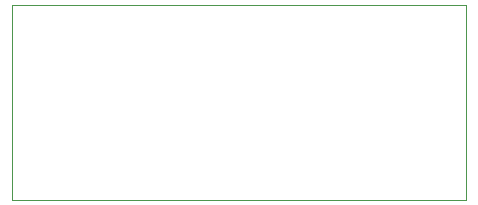
<source format=gbr>
%TF.GenerationSoftware,KiCad,Pcbnew,9.0.2*%
%TF.CreationDate,2025-11-23T22:27:33+01:00*%
%TF.ProjectId,p,702e6b69-6361-4645-9f70-636258585858,rev?*%
%TF.SameCoordinates,PX1c22260PY29f6300*%
%TF.FileFunction,Profile,NP*%
%FSLAX46Y46*%
G04 Gerber Fmt 4.6, Leading zero omitted, Abs format (unit mm)*
G04 Created by KiCad (PCBNEW 9.0.2) date 2025-11-23 22:27:33*
%MOMM*%
%LPD*%
G01*
G04 APERTURE LIST*
%TA.AperFunction,Profile*%
%ADD10C,0.050000*%
%TD*%
G04 APERTURE END LIST*
D10*
X0Y0D02*
X0Y16500000D01*
X38500000Y0D02*
X0Y0D01*
X38500000Y16500000D02*
X38500000Y0D01*
X0Y16500000D02*
X38500000Y16500000D01*
M02*

</source>
